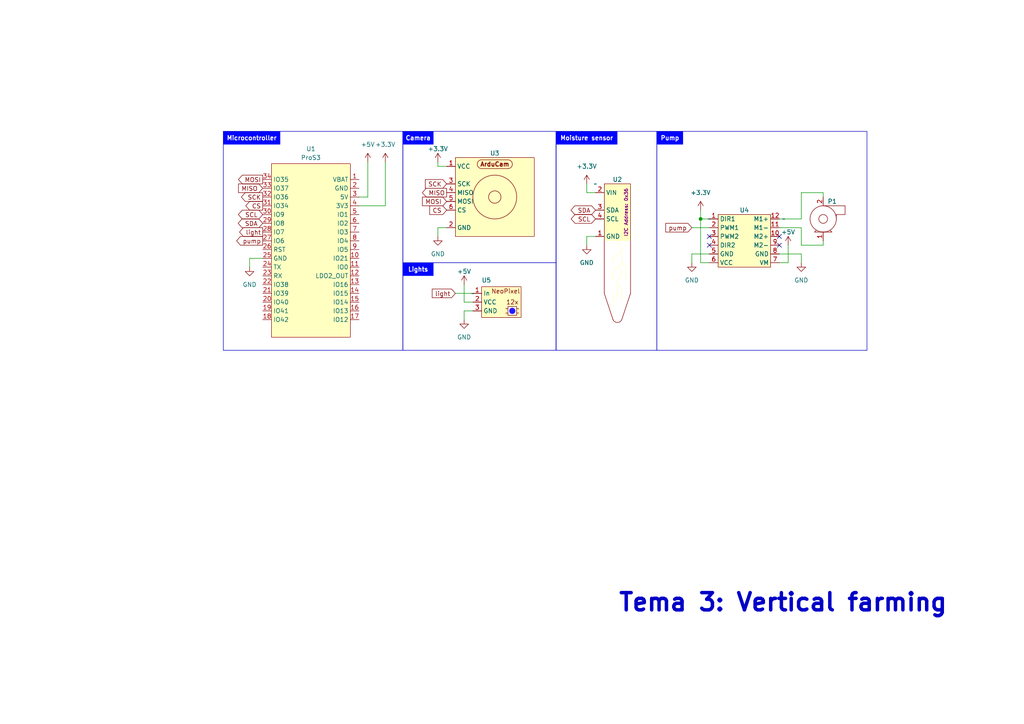
<source format=kicad_sch>
(kicad_sch (version 20230121) (generator eeschema)
  (paper "A4")
  (lib_symbols
    (symbol "ProS3:ProS3"
      (property "Reference" "U" (at 0 -28.956 0))
      (property "Value" "ProS3" (at -0.508 27.178 0))
      (symbol "ProS3_1_1"
        (rectangle (start -11.43 24.892) (end 11.43 -25.4) (stroke (width 0.1524)) (fill (type background)))
        (pin power_in line (at 13.97 20.32 180) (length 2.54) (name "VBAT") (number "1"))
        (pin bidirectional line (at 13.97 -2.54 180) (length 2.54) (name "IO21") (number "10"))
        (pin bidirectional line (at 13.97 -5.08 180) (length 2.54) (name "IO0") (number "11"))
        (pin power_out line (at 13.97 -7.62 180) (length 2.54) (name "LDO2_OUT") (number "12"))
        (pin bidirectional line (at 13.97 -10.16 180) (length 2.54) (name "IO16") (number "13"))
        (pin bidirectional line (at 13.97 -12.7 180) (length 2.54) (name "IO15") (number "14"))
        (pin bidirectional line (at 13.97 -15.24 180) (length 2.54) (name "IO14") (number "15"))
        (pin bidirectional line (at 13.97 -17.78 180) (length 2.54) (name "IO13") (number "16"))
        (pin bidirectional line (at 13.97 -20.32 180) (length 2.54) (name "IO12") (number "17"))
        (pin bidirectional line (at -13.97 -20.32 0) (length 2.54) (name "IO42") (number "18"))
        (pin bidirectional line (at -13.97 -17.78 0) (length 2.54) (name "IO41") (number "19"))
        (pin power_in line (at 13.97 17.78 180) (length 2.54) (name "GND") (number "2"))
        (pin bidirectional line (at -13.97 -15.24 0) (length 2.54) (name "IO40") (number "20"))
        (pin bidirectional line (at -13.97 -12.7 0) (length 2.54) (name "IO39") (number "21"))
        (pin bidirectional line (at -13.97 -10.16 0) (length 2.54) (name "IO38") (number "22"))
        (pin bidirectional line (at -13.97 -7.62 0) (length 2.54) (name "RX") (number "23"))
        (pin bidirectional line (at -13.97 -5.08 0) (length 2.54) (name "TX") (number "24"))
        (pin power_in line (at -13.97 -2.54 0) (length 2.54) (name "GND") (number "25"))
        (pin input line (at -13.97 0 0) (length 2.54) (name "RST") (number "26"))
        (pin bidirectional line (at -13.97 2.54 0) (length 2.54) (name "IO6") (number "27"))
        (pin bidirectional line (at -13.97 5.08 0) (length 2.54) (name "IO7") (number "28"))
        (pin bidirectional line (at -13.97 7.62 0) (length 2.54) (name "IO8") (number "29"))
        (pin power_in line (at 13.97 15.24 180) (length 2.54) (name "5V") (number "3"))
        (pin bidirectional line (at -13.97 10.16 0) (length 2.54) (name "IO9") (number "30"))
        (pin bidirectional line (at -13.97 12.7 0) (length 2.54) (name "IO34") (number "31"))
        (pin bidirectional line (at -13.97 15.24 0) (length 2.54) (name "IO36") (number "32"))
        (pin bidirectional line (at -13.97 17.78 0) (length 2.54) (name "IO37") (number "33"))
        (pin bidirectional line (at -13.97 20.32 0) (length 2.54) (name "IO35") (number "34"))
        (pin power_in line (at 13.97 12.7 180) (length 2.54) (name "3V3") (number "4"))
        (pin bidirectional line (at 13.97 10.16 180) (length 2.54) (name "IO1") (number "5"))
        (pin bidirectional line (at 13.97 7.62 180) (length 2.54) (name "IO2") (number "6"))
        (pin bidirectional line (at 13.97 5.08 180) (length 2.54) (name "IO3") (number "7"))
        (pin bidirectional line (at 13.97 2.54 180) (length 2.54) (name "IO4") (number "8"))
        (pin bidirectional line (at 13.97 0 180) (length 2.54) (name "IO5") (number "9"))
      )
    )
    (symbol "UCN_new:Adafruit_STEMMA_Soil_Sensor_-_I2C_Capacitive_Moisture_Sensor"
      (property "Reference" "U" (at 6.35 1.27 0))
      (property "I2C Address" "0x36" (at 8.89 -7.62 90) (show_name))
      (symbol "Adafruit_STEMMA_Soil_Sensor_-_I2C_Capacitive_Moisture_Sensor_0_0"
        (pin power_in line (at 0 -15.24 0) (length 2.54) (name "GND") (number "1"))
        (pin power_in line (at 0 -2.54 0) (length 2.54) (name "VIN") (number "2"))
        (pin open_collector line (at 0 -7.62 0) (length 2.54) (name "SDA") (number "3"))
        (pin open_collector line (at 0 -10.16 0) (length 2.54) (name "SCL") (number "4"))
      )
      (symbol "Adafruit_STEMMA_Soil_Sensor_-_I2C_Capacitive_Moisture_Sensor_0_1"
        (polyline (pts (xy 2.54 -31.75) (xy 5.08 -39.37)))
        (polyline (pts (xy 10.16 -31.75) (xy 7.62 -39.37)))
        (polyline (pts (xy 2.54 -31.75) (xy 2.54 0) (xy 10.16 0) (xy 10.16 -31.75)))
        (arc (start 5.08 -39.37) (mid 6.35 -40.1952) (end 7.62 -39.37))
      )
      (symbol "Adafruit_STEMMA_Soil_Sensor_-_I2C_Capacitive_Moisture_Sensor_1_1"
        (polyline (pts (xy 6.35 -31.75) (xy 5.08 -33.02) (xy 5.08 -35.56)) (stroke (width 0) (color 255 255 194 1)))
        (polyline (pts (xy 6.35 -29.21) (xy 7.62 -30.48) (xy 7.62 -34.29)) (stroke (width 0) (color 255 255 194 1)))
        (polyline (pts (xy 6.35 -24.13) (xy 5.08 -25.4) (xy 5.08 -27.94)) (stroke (width 0) (color 255 255 194 1)))
        (polyline (pts (xy 7.62 -22.86) (xy 8.89 -24.13) (xy 8.89 -27.94)) (stroke (width 0) (color 255 255 194 1)))
        (polyline (pts (xy 7.62 -19.05) (xy 5.08 -21.59) (xy 5.08 -22.86)) (stroke (width 0) (color 255 255 194 1)))
        (polyline (pts (xy 6.35 -16.51) (xy 7.62 -19.05) (xy 7.62 -22.86) (xy 6.35 -24.13) (xy 7.62 -25.4) (xy 7.62 -26.67) (xy 6.35 -27.94) (xy 6.35 -33.02)) (stroke (width 0) (color 255 255 194 1)))
        (rectangle (start 2.54 0) (end 10.16 -16.51) (stroke (width -0.0001)) (fill (type background)))
      )
    )
    (symbol "UCN_new:ArduCam Mega"
      (property "Reference" "U" (at 13.97 3.81 0))
      (symbol "ArduCam Mega_0_0"
        (pin power_in line (at 0 0 0) (length 2.54) (name "VCC") (number "1"))
        (pin power_in line (at 0 -17.78 0) (length 2.54) (name "GND") (number "2"))
        (pin input line (at 0 -5.08 0) (length 2.54) (name "SCK") (number "3"))
        (pin output line (at 0 -7.62 0) (length 2.54) (name "MISO") (number "4"))
        (pin input line (at 0 -10.16 0) (length 2.54) (name "MOSI") (number "5"))
        (pin input line (at 0 -12.7 0) (length 2.54) (name "CS") (number "6"))
      )
      (symbol "ArduCam Mega_1_1"
        (polyline (pts (xy 10.16 1.905) (xy 17.78 1.905)))
        (polyline (pts (xy 17.78 -0.635) (xy 10.16 -0.635)))
        (rectangle (start 2.54 2.54) (end 25.4 -20.32) (fill (type background)))
        (arc (start 10.1071 1.905) (mid 8.8889 0.635) (end 10.1071 -0.635))
        (circle (center 13.97 -8.89) (radius 1.7961))
        (circle (center 13.97 -8.89) (radius 6.35))
        (arc (start 17.8329 -0.635) (mid 19.0511 0.635) (end 17.8329 1.905))
        (text "ArduCam" (at 13.97 0.635 0) (effects (font (size 1.27 1.27) bold)))
      )
    )
    (symbol "UCN_new:Centrifugal_pump"
      (property "Reference" "P" (at 12.7 5.08 0))
      (symbol "Centrifugal_pump_0_0"
        (pin passive line (at 11.43 -6.35 90) (length 2.54) (name "") (number "1"))
      )
      (symbol "Centrifugal_pump_0_1"
        (polyline (pts (xy 11.43 3.81) (xy 17.78 3.81) (xy 17.78 1.27) (xy 15.24 1.27) (xy 15.24 0)))
      )
      (symbol "Centrifugal_pump_1_0"
        (pin passive line (at 11.43 6.35 270) (length 2.54) (name "") (number "2"))
      )
      (symbol "Centrifugal_pump_1_1"
        (polyline (pts (xy 9.456 -3.2536) (xy 8.89 -3.81) (xy 13.97 -3.81) (xy 13.455 -3.2819)))
        (rectangle (start 6.35 0.635) (end 11.43 -0.635) (stroke (width -0.0001)) (fill (type color)))
        (circle (center 11.43 0) (radius 1.27))
        (circle (center 11.43 0) (radius 3.81))
        (rectangle (start 11.43 3.81) (end 16.51 1.27) (stroke (width -0.0001)) (fill (type color)))
        (rectangle (start 13.97 2.54) (end 15.24 0) (stroke (width -0.0001)) (fill (type color)))
      )
    )
    (symbol "UCN_new:NeoPixel_Ring_x12"
      (property "Reference" "U" (at 3.175 3.175 0))
      (symbol "NeoPixel_Ring_x12_0_0"
        (pin unspecified line (at 0 0 0) (length 2.54) (name "In") (number "1"))
        (pin unspecified line (at 0 -2.54 0) (length 2.54) (name "VCC") (number "2"))
        (pin unspecified line (at 0 -5.08 0) (length 2.54) (name "GND") (number "3"))
      )
      (symbol "NeoPixel_Ring_x12_0_1"
        (polyline (pts (xy 10.16 -5.715) (xy 9.525 -5.715)))
        (polyline (pts (xy 10.16 -4.445) (xy 9.525 -4.445)))
        (polyline (pts (xy 12.7 -5.715) (xy 13.335 -5.715)))
        (polyline (pts (xy 12.7 -4.445) (xy 13.335 -4.445)))
      )
      (symbol "NeoPixel_Ring_x12_1_0"
        (pin unspecified line (at 0 -7.62 0) (length 2.54) hide (name "Out") (number "4"))
      )
      (symbol "NeoPixel_Ring_x12_1_1"
        (rectangle (start 2.54 1.905) (end 13.97 -6.985) (fill (type background)))
        (rectangle (start 10.16 -3.81) (end 12.7 -6.35) (fill (type color) (color 255 255 255 1)))
        (circle (center 11.43 -5.08) (radius 0.898) (stroke (width -0.0001)) (fill (type color) (color 38 27 255 1)))
        (text "12x" (at 11.43 -2.54 0) (effects (font (size 1.27 1.27))))
        (text "NeoPixel\n" (at 9.525 0.635 0) (effects (font (size 1.27 1.27))))
      )
    )
    (symbol "UCN_new:TB6612FNG"
      (property "Reference" "U" (at 10.16 2.54 0))
      (property "Website" "https://www.dfrobot.com/product-1704.html" (at 10.16 -15.24 0))
      (symbol "TB6612FNG_0_0"
        (pin input line (at 0 0 0) (length 2.54) (name "DIR1") (number "1"))
        (pin bidirectional line (at 20.32 -5.08 180) (length 2.54) (name "M2+") (number "10"))
        (pin bidirectional line (at 20.32 -2.54 180) (length 2.54) (name "M1-") (number "11"))
        (pin bidirectional line (at 20.32 0 180) (length 2.54) (name "M1+") (number "12"))
        (pin input line (at 0 -2.54 0) (length 2.54) (name "PWM1") (number "2"))
        (pin input line (at 0 -5.08 0) (length 2.54) (name "PWM2") (number "3"))
        (pin input line (at 0 -7.62 0) (length 2.54) (name "DIR2") (number "4"))
        (pin power_in line (at 0 -10.16 0) (length 2.54) (name "GND") (number "5"))
        (pin power_in line (at 0 -12.7 0) (length 2.54) (name "VCC") (number "6"))
        (pin power_in line (at 20.32 -12.7 180) (length 2.54) (name "VM") (number "7"))
        (pin power_in line (at 20.32 -10.16 180) (length 2.54) (name "GND") (number "8"))
        (pin bidirectional line (at 20.32 -7.62 180) (length 2.54) (name "M2-") (number "9"))
      )
      (symbol "TB6612FNG_1_1"
        (rectangle (start 2.54 1.27) (end 17.78 -13.97) (fill (type background)))
      )
    )
    (symbol "power:+3.3V" (power) (pin_names (offset 0))
      (property "Value" "+3.3V" (at 0 3.556 0))
      (symbol "+3.3V_0_1"
        (polyline (pts (xy -0.762 1.27) (xy 0 2.54)))
        (polyline (pts (xy 0 0) (xy 0 2.54)))
        (polyline (pts (xy 0 2.54) (xy 0.762 1.27)))
      )
      (symbol "+3.3V_1_1"
        (pin power_in line (at 0 0 90) (length 0) hide (name "+3.3V") (number "1"))
      )
    )
    (symbol "power:+5V" (power) (pin_names (offset 0))
      (property "Value" "+5V" (at 0 3.556 0))
      (symbol "+5V_0_1"
        (polyline (pts (xy -0.762 1.27) (xy 0 2.54)))
        (polyline (pts (xy 0 0) (xy 0 2.54)))
        (polyline (pts (xy 0 2.54) (xy 0.762 1.27)))
      )
      (symbol "+5V_1_1"
        (pin power_in line (at 0 0 90) (length 0) hide (name "+5V") (number "1"))
      )
    )
    (symbol "power:GND" (power) (pin_names (offset 0))
      (property "Value" "GND" (at 0 -3.81 0))
      (symbol "GND_0_1"
        (polyline (pts (xy 0 0) (xy 0 -1.27) (xy 1.27 -1.27) (xy 0 -2.54) (xy -1.27 -1.27) (xy 0 -1.27)))
      )
      (symbol "GND_1_1"
        (pin power_in line (at 0 0 270) (length 0) hide (name "GND") (number "1"))
      )
    )
  )
  (junction (at 203.2 63.5))
  (no_connect (at 205.74 71.12))
  (no_connect (at 226.06 68.58))
  (no_connect (at 226.06 71.12))
  (no_connect (at 205.74 68.58))
  (wire (pts (xy 238.76 55.88) (xy 238.76 57.15)))
  (wire (pts (xy 232.41 76.2) (xy 232.41 73.66)))
  (wire (pts (xy 205.74 73.66) (xy 200.66 73.66)))
  (wire (pts (xy 203.2 76.2) (xy 205.74 76.2)))
  (wire (pts (xy 127 66.04) (xy 127 68.58)))
  (wire (pts (xy 232.41 55.88) (xy 238.76 55.88)))
  (wire (pts (xy 203.2 60.96) (xy 203.2 63.5)))
  (wire (pts (xy 134.62 82.55) (xy 134.62 87.63)))
  (wire (pts (xy 172.72 55.88) (xy 170.18 55.88)))
  (wire (pts (xy 72.39 74.93) (xy 76.2 74.93)))
  (wire (pts (xy 129.54 66.04) (xy 127 66.04)))
  (wire (pts (xy 106.68 57.15) (xy 104.14 57.15)))
  (wire (pts (xy 238.76 69.85) (xy 238.76 71.12)))
  (wire (pts (xy 172.72 68.58) (xy 170.18 68.58)))
  (wire (pts (xy 226.06 73.66) (xy 232.41 73.66)))
  (wire (pts (xy 72.39 77.47) (xy 72.39 74.93)))
  (wire (pts (xy 134.62 90.17) (xy 134.62 92.71)))
  (wire (pts (xy 200.66 66.04) (xy 205.74 66.04)))
  (wire (pts (xy 170.18 53.34) (xy 170.18 55.88)))
  (wire (pts (xy 203.2 63.5) (xy 203.2 76.2)))
  (wire (pts (xy 238.76 71.12) (xy 232.41 71.12)))
  (wire (pts (xy 129.54 48.26) (xy 127 48.26)))
  (wire (pts (xy 200.66 73.66) (xy 200.66 76.2)))
  (wire (pts (xy 226.06 66.04) (xy 232.41 66.04)))
  (wire (pts (xy 226.06 76.2) (xy 228.6 76.2)))
  (wire (pts (xy 226.06 63.5) (xy 232.41 63.5)))
  (wire (pts (xy 111.76 46.99) (xy 111.76 59.69)))
  (wire (pts (xy 228.6 71.12) (xy 228.6 76.2)))
  (wire (pts (xy 203.2 63.5) (xy 205.74 63.5)))
  (wire (pts (xy 170.18 68.58) (xy 170.18 71.12)))
  (wire (pts (xy 137.16 87.63) (xy 134.62 87.63)))
  (wire (pts (xy 111.76 59.69) (xy 104.14 59.69)))
  (wire (pts (xy 232.41 71.12) (xy 232.41 66.04)))
  (wire (pts (xy 106.68 46.99) (xy 106.68 57.15)))
  (wire (pts (xy 132.08 85.09) (xy 137.16 85.09)))
  (wire (pts (xy 127 46.99) (xy 127 48.26)))
  (wire (pts (xy 137.16 90.17) (xy 134.62 90.17)))
  (wire (pts (xy 232.41 55.88) (xy 232.41 63.5)))
  (rectangle (start 64.77 38.1) (end 116.84 101.6))
  (rectangle (start 116.84 38.1) (end 161.29 76.2))
  (rectangle (start 161.29 38.1) (end 190.5 101.6))
  (rectangle (start 116.84 76.2) (end 161.29 101.6))
  (rectangle (start 190.5 38.1) (end 251.46 101.6))
  (text_box "Lights" (at 116.84 76.2 0) (size 8.89 3.81) (stroke (width -0.0001)) (fill (type color) (color 0 3 255 1)) (effects (font (size 1.27 1.27) (thickness 0.254) bold)))
  (text_box "Camera" (at 116.84 38.1 0) (size 8.89 3.81) (stroke (width -0.0001)) (fill (type color) (color 0 3 255 1)) (effects (font (size 1.27 1.27) (thickness 0.254) bold)))
  (text_box "Microcontroller" (at 64.77 38.1 0) (size 16.51 3.81) (stroke (width -0.0001)) (fill (type color) (color 0 3 255 1)) (effects (font (size 1.27 1.27) (thickness 0.254) bold)))
  (text_box "Pump" (at 190.5 38.1 0) (size 7.62 3.81) (stroke (width -0.0001)) (fill (type color) (color 0 3 255 1)) (effects (font (size 1.27 1.27) (thickness 0.254) bold)))
  (text_box "Moisture sensor" (at 161.29 38.1 0) (size 17.78 3.81) (stroke (width -0.0001)) (fill (type color) (color 0 3 255 1)) (effects (font (size 1.27 1.27) (thickness 0.254) bold)))
  (text "Tema 3: Vertical farming" (at 179.07 177.8 0) (effects (font (size 5 5) bold) (justify left bottom)))
  (global_label "CS" (shape output) (at 76.2 59.69 180) (property "Intersheetrefs" "${INTERSHEET_REFS}" (effects hide)))
  (global_label "pump" (shape output) (at 76.2 69.85 180) (property "Intersheetrefs" "${INTERSHEET_REFS}" (effects hide)))
  (global_label "light" (shape input) (at 132.08 85.09 180) (property "Intersheetrefs" "${INTERSHEET_REFS}" (effects hide)))
  (global_label "CS" (shape input) (at 129.54 60.96 180) (property "Intersheetrefs" "${INTERSHEET_REFS}" (effects hide)))
  (global_label "SCK" (shape output) (at 76.2 57.15 180) (property "Intersheetrefs" "${INTERSHEET_REFS}" (effects hide)))
  (global_label "SCL" (shape bidirectional) (at 172.72 63.5 180) (property "Intersheetrefs" "${INTERSHEET_REFS}" (effects hide)))
  (global_label "MOSI" (shape output) (at 76.2 52.07 180) (property "Intersheetrefs" "${INTERSHEET_REFS}" (effects hide)))
  (global_label "MISO" (shape output) (at 129.54 55.88 180) (property "Intersheetrefs" "${INTERSHEET_REFS}" (effects hide)))
  (global_label "pump" (shape input) (at 200.66 66.04 180) (property "Intersheetrefs" "${INTERSHEET_REFS}" (effects hide)))
  (global_label "light" (shape output) (at 76.2 67.31 180) (property "Intersheetrefs" "${INTERSHEET_REFS}" (effects hide)))
  (global_label "MISO" (shape input) (at 76.2 54.61 180) (property "Intersheetrefs" "${INTERSHEET_REFS}" (effects hide)))
  (global_label "SDA" (shape bidirectional) (at 76.2 64.77 180) (property "Intersheetrefs" "${INTERSHEET_REFS}" (effects hide)))
  (global_label "SCL" (shape bidirectional) (at 76.2 62.23 180) (property "Intersheetrefs" "${INTERSHEET_REFS}" (effects hide)))
  (global_label "SCK" (shape input) (at 129.54 53.34 180) (property "Intersheetrefs" "${INTERSHEET_REFS}" (effects hide)))
  (global_label "SDA" (shape bidirectional) (at 172.72 60.96 180) (property "Intersheetrefs" "${INTERSHEET_REFS}" (effects hide)))
  (global_label "MOSI" (shape input) (at 129.54 58.42 180) (property "Intersheetrefs" "${INTERSHEET_REFS}" (effects hide)))
  (symbol (lib_id "UCN_new:NeoPixel_Ring_x12") (at 137.16 85.09 0) (unit 1)
    (property "Reference" "U5" (at 139.7 81.28 0) (effects (justify left)))
    (property "Value" "~" (at 137.16 85.09 0))
    (property "Footprint" "Connector_PinHeader_2.54mm:PinHeader_1x03_P2.54mm_Vertical" (effects hide))
  )
  (symbol (lib_id "UCN_new:TB6612FNG") (at 205.74 63.5 0) (unit 1)
    (property "Reference" "U4" (at 215.9 60.96 0))
    (property "Value" "~" (at 205.74 63.5 0))
    (property "Footprint" "UCN_footprints:TB6612FNG DfRobot motordriver module" (effects hide))
    (property "Website" "https://www.dfrobot.com/product-1704.html" (effects hide))
  )
  (symbol (lib_id "power:GND") (at 200.66 76.2 0) (unit 1)
    (property "Reference" "#PWR011" (effects hide))
    (property "Value" "GND" (at 200.66 81.28 0))
  )
  (symbol (lib_id "power:+5V") (at 106.68 46.99 0) (unit 1)
    (property "Reference" "#PWR08" (effects hide))
    (property "Value" "+5V" (at 106.68 41.91 0))
  )
  (symbol (lib_id "power:+3.3V") (at 203.2 60.96 0) (unit 1)
    (property "Reference" "#PWR010" (effects hide))
    (property "Value" "+3.3V" (at 203.2 55.88 0))
  )
  (symbol (lib_id "power:+3.3V") (at 111.76 46.99 0) (unit 1)
    (property "Reference" "#PWR03" (effects hide))
    (property "Value" "+3.3V" (at 111.76 41.91 0))
  )
  (symbol (lib_id "UCN_new:Adafruit_STEMMA_Soil_Sensor_-_I2C_Capacitive_Moisture_Sensor") (at 172.72 53.34 0) (unit 1)
    (property "Reference" "U2" (at 179.07 52.07 0))
    (property "Value" "~" (at 172.72 53.34 0))
    (property "Footprint" "Connector_PinHeader_2.54mm:PinHeader_1x04_P2.54mm_Vertical" (effects hide))
    (property "Datasheet" "https://learn.adafruit.com/adafruit-stemma-soil-sensor-i2c-capacitive-moisture-sensor/pinouts" (effects hide))
    (property "I2C Address" "0x36" (at 181.61 68.58 90) (show_name) (effects (font (size 1 1)) (justify left)))
  )
  (symbol (lib_id "power:GND") (at 134.62 92.71 0) (unit 1)
    (property "Reference" "#PWR012" (effects hide))
    (property "Value" "GND" (at 134.62 97.79 0))
  )
  (symbol (lib_id "power:+5V") (at 134.62 82.55 0) (unit 1)
    (property "Reference" "#PWR013" (effects hide))
    (property "Value" "+5V" (at 134.62 78.74 0))
  )
  (symbol (lib_id "power:GND") (at 232.41 76.2 0) (unit 1)
    (property "Reference" "#PWR07" (effects hide))
    (property "Value" "GND" (at 232.41 81.28 0))
  )
  (symbol (lib_id "power:+3.3V") (at 127 46.99 0) (unit 1)
    (property "Reference" "#PWR06" (effects hide))
    (property "Value" "+3.3V" (at 127 43.18 0))
  )
  (symbol (lib_id "ProS3:ProS3") (at 90.17 72.39 0) (unit 1)
    (property "Reference" "U1" (at 90.17 43.18 0))
    (property "Value" "ProS3" (at 90.17 45.72 0))
    (property "Footprint" "footprints:ProS3_TH" (effects hide))
  )
  (symbol (lib_id "UCN_new:ArduCam Mega") (at 129.54 48.26 0) (unit 1)
    (property "Reference" "U3" (at 143.51 44.45 0))
    (property "Value" "3MP" (effects hide))
    (property "Footprint" "Connector_PinHeader_2.54mm:PinHeader_1x06_P2.54mm_Vertical" (effects hide))
    (property "Datasheet" "https://www.arducam.com/downloads/datasheet/Arducam_MEGA_SPI_Camera_Application_Note.pdf" (effects hide))
  )
  (symbol (lib_id "power:+3.3V") (at 170.18 53.34 0) (unit 1)
    (property "Reference" "#PWR02" (effects hide))
    (property "Value" "+3.3V" (at 170.18 48.26 0))
  )
  (symbol (lib_id "power:GND") (at 72.39 77.47 0) (unit 1)
    (property "Reference" "#PWR04" (effects hide))
    (property "Value" "GND" (at 72.39 82.55 0))
  )
  (symbol (lib_id "power:GND") (at 170.18 71.12 0) (unit 1)
    (property "Reference" "#PWR01" (effects hide))
    (property "Value" "GND" (at 170.18 76.2 0))
  )
  (symbol (lib_id "power:+5V") (at 228.6 71.12 0) (unit 1)
    (property "Reference" "#PWR09" (effects hide))
    (property "Value" "+5V" (at 228.6 67.31 0))
  )
  (symbol (lib_id "UCN_new:Centrifugal_pump") (at 227.33 63.5 0) (unit 1)
    (property "Reference" "P1" (at 240.03 58.42 0) (effects (justify left)))
    (property "Value" "~" (at 227.33 63.5 0))
    (property "Footprint" "Connector_PinHeader_2.54mm:PinHeader_1x02_P2.54mm_Vertical" (effects hide))
  )
  (symbol (lib_id "power:GND") (at 127 68.58 0) (unit 1)
    (property "Reference" "#PWR05" (effects hide))
    (property "Value" "GND" (at 127 73.66 0))
  )
)
</source>
